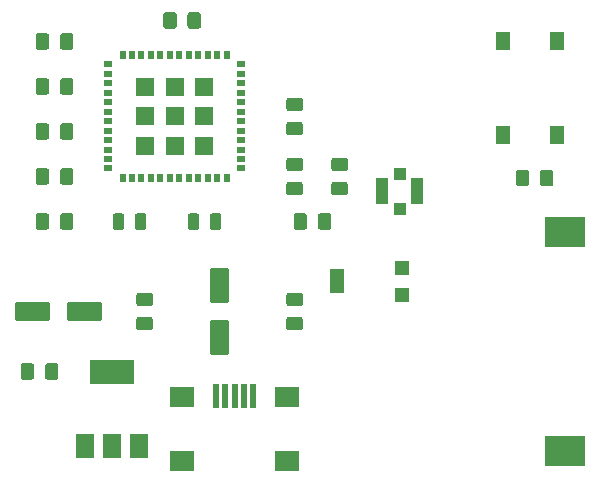
<source format=gbr>
G04 #@! TF.GenerationSoftware,KiCad,Pcbnew,(5.1.5-0-10_14)*
G04 #@! TF.CreationDate,2020-02-12T14:54:00+01:00*
G04 #@! TF.ProjectId,EDS_ALARM,4544535f-414c-4415-924d-2e6b69636164,rev?*
G04 #@! TF.SameCoordinates,Original*
G04 #@! TF.FileFunction,Paste,Top*
G04 #@! TF.FilePolarity,Positive*
%FSLAX46Y46*%
G04 Gerber Fmt 4.6, Leading zero omitted, Abs format (unit mm)*
G04 Created by KiCad (PCBNEW (5.1.5-0-10_14)) date 2020-02-12 14:54:00*
%MOMM*%
%LPD*%
G04 APERTURE LIST*
%ADD10C,0.100000*%
%ADD11R,0.500000X2.000000*%
%ADD12R,2.000000X1.700000*%
%ADD13R,1.050000X2.200000*%
%ADD14R,1.000000X1.000000*%
%ADD15R,0.500000X0.800000*%
%ADD16R,0.800000X0.500000*%
%ADD17R,1.600000X1.600000*%
%ADD18R,3.800000X2.000000*%
%ADD19R,1.500000X2.000000*%
%ADD20R,1.300000X1.300000*%
%ADD21R,1.300000X2.000000*%
%ADD22R,1.300000X1.550000*%
%ADD23R,3.500000X2.500000*%
G04 APERTURE END LIST*
D10*
G36*
X185894505Y-102051204D02*
G01*
X185918773Y-102054804D01*
X185942572Y-102060765D01*
X185965671Y-102069030D01*
X185987850Y-102079520D01*
X186008893Y-102092132D01*
X186028599Y-102106747D01*
X186046777Y-102123223D01*
X186063253Y-102141401D01*
X186077868Y-102161107D01*
X186090480Y-102182150D01*
X186100970Y-102204329D01*
X186109235Y-102227428D01*
X186115196Y-102251227D01*
X186118796Y-102275495D01*
X186120000Y-102299999D01*
X186120000Y-102950001D01*
X186118796Y-102974505D01*
X186115196Y-102998773D01*
X186109235Y-103022572D01*
X186100970Y-103045671D01*
X186090480Y-103067850D01*
X186077868Y-103088893D01*
X186063253Y-103108599D01*
X186046777Y-103126777D01*
X186028599Y-103143253D01*
X186008893Y-103157868D01*
X185987850Y-103170480D01*
X185965671Y-103180970D01*
X185942572Y-103189235D01*
X185918773Y-103195196D01*
X185894505Y-103198796D01*
X185870001Y-103200000D01*
X184969999Y-103200000D01*
X184945495Y-103198796D01*
X184921227Y-103195196D01*
X184897428Y-103189235D01*
X184874329Y-103180970D01*
X184852150Y-103170480D01*
X184831107Y-103157868D01*
X184811401Y-103143253D01*
X184793223Y-103126777D01*
X184776747Y-103108599D01*
X184762132Y-103088893D01*
X184749520Y-103067850D01*
X184739030Y-103045671D01*
X184730765Y-103022572D01*
X184724804Y-102998773D01*
X184721204Y-102974505D01*
X184720000Y-102950001D01*
X184720000Y-102299999D01*
X184721204Y-102275495D01*
X184724804Y-102251227D01*
X184730765Y-102227428D01*
X184739030Y-102204329D01*
X184749520Y-102182150D01*
X184762132Y-102161107D01*
X184776747Y-102141401D01*
X184793223Y-102123223D01*
X184811401Y-102106747D01*
X184831107Y-102092132D01*
X184852150Y-102079520D01*
X184874329Y-102069030D01*
X184897428Y-102060765D01*
X184921227Y-102054804D01*
X184945495Y-102051204D01*
X184969999Y-102050000D01*
X185870001Y-102050000D01*
X185894505Y-102051204D01*
G37*
G36*
X185894505Y-100001204D02*
G01*
X185918773Y-100004804D01*
X185942572Y-100010765D01*
X185965671Y-100019030D01*
X185987850Y-100029520D01*
X186008893Y-100042132D01*
X186028599Y-100056747D01*
X186046777Y-100073223D01*
X186063253Y-100091401D01*
X186077868Y-100111107D01*
X186090480Y-100132150D01*
X186100970Y-100154329D01*
X186109235Y-100177428D01*
X186115196Y-100201227D01*
X186118796Y-100225495D01*
X186120000Y-100249999D01*
X186120000Y-100900001D01*
X186118796Y-100924505D01*
X186115196Y-100948773D01*
X186109235Y-100972572D01*
X186100970Y-100995671D01*
X186090480Y-101017850D01*
X186077868Y-101038893D01*
X186063253Y-101058599D01*
X186046777Y-101076777D01*
X186028599Y-101093253D01*
X186008893Y-101107868D01*
X185987850Y-101120480D01*
X185965671Y-101130970D01*
X185942572Y-101139235D01*
X185918773Y-101145196D01*
X185894505Y-101148796D01*
X185870001Y-101150000D01*
X184969999Y-101150000D01*
X184945495Y-101148796D01*
X184921227Y-101145196D01*
X184897428Y-101139235D01*
X184874329Y-101130970D01*
X184852150Y-101120480D01*
X184831107Y-101107868D01*
X184811401Y-101093253D01*
X184793223Y-101076777D01*
X184776747Y-101058599D01*
X184762132Y-101038893D01*
X184749520Y-101017850D01*
X184739030Y-100995671D01*
X184730765Y-100972572D01*
X184724804Y-100948773D01*
X184721204Y-100924505D01*
X184720000Y-100900001D01*
X184720000Y-100249999D01*
X184721204Y-100225495D01*
X184724804Y-100201227D01*
X184730765Y-100177428D01*
X184739030Y-100154329D01*
X184749520Y-100132150D01*
X184762132Y-100111107D01*
X184776747Y-100091401D01*
X184793223Y-100073223D01*
X184811401Y-100056747D01*
X184831107Y-100042132D01*
X184852150Y-100029520D01*
X184874329Y-100019030D01*
X184897428Y-100010765D01*
X184921227Y-100004804D01*
X184945495Y-100001204D01*
X184969999Y-100000000D01*
X185870001Y-100000000D01*
X185894505Y-100001204D01*
G37*
G36*
X192344504Y-97901204D02*
G01*
X192368773Y-97904804D01*
X192392571Y-97910765D01*
X192415671Y-97919030D01*
X192437849Y-97929520D01*
X192458893Y-97942133D01*
X192478598Y-97956747D01*
X192496777Y-97973223D01*
X192513253Y-97991402D01*
X192527867Y-98011107D01*
X192540480Y-98032151D01*
X192550970Y-98054329D01*
X192559235Y-98077429D01*
X192565196Y-98101227D01*
X192568796Y-98125496D01*
X192570000Y-98150000D01*
X192570000Y-100650000D01*
X192568796Y-100674504D01*
X192565196Y-100698773D01*
X192559235Y-100722571D01*
X192550970Y-100745671D01*
X192540480Y-100767849D01*
X192527867Y-100788893D01*
X192513253Y-100808598D01*
X192496777Y-100826777D01*
X192478598Y-100843253D01*
X192458893Y-100857867D01*
X192437849Y-100870480D01*
X192415671Y-100880970D01*
X192392571Y-100889235D01*
X192368773Y-100895196D01*
X192344504Y-100898796D01*
X192320000Y-100900000D01*
X191220000Y-100900000D01*
X191195496Y-100898796D01*
X191171227Y-100895196D01*
X191147429Y-100889235D01*
X191124329Y-100880970D01*
X191102151Y-100870480D01*
X191081107Y-100857867D01*
X191061402Y-100843253D01*
X191043223Y-100826777D01*
X191026747Y-100808598D01*
X191012133Y-100788893D01*
X190999520Y-100767849D01*
X190989030Y-100745671D01*
X190980765Y-100722571D01*
X190974804Y-100698773D01*
X190971204Y-100674504D01*
X190970000Y-100650000D01*
X190970000Y-98150000D01*
X190971204Y-98125496D01*
X190974804Y-98101227D01*
X190980765Y-98077429D01*
X190989030Y-98054329D01*
X190999520Y-98032151D01*
X191012133Y-98011107D01*
X191026747Y-97991402D01*
X191043223Y-97973223D01*
X191061402Y-97956747D01*
X191081107Y-97942133D01*
X191102151Y-97929520D01*
X191124329Y-97919030D01*
X191147429Y-97910765D01*
X191171227Y-97904804D01*
X191195496Y-97901204D01*
X191220000Y-97900000D01*
X192320000Y-97900000D01*
X192344504Y-97901204D01*
G37*
G36*
X192344504Y-102301204D02*
G01*
X192368773Y-102304804D01*
X192392571Y-102310765D01*
X192415671Y-102319030D01*
X192437849Y-102329520D01*
X192458893Y-102342133D01*
X192478598Y-102356747D01*
X192496777Y-102373223D01*
X192513253Y-102391402D01*
X192527867Y-102411107D01*
X192540480Y-102432151D01*
X192550970Y-102454329D01*
X192559235Y-102477429D01*
X192565196Y-102501227D01*
X192568796Y-102525496D01*
X192570000Y-102550000D01*
X192570000Y-105050000D01*
X192568796Y-105074504D01*
X192565196Y-105098773D01*
X192559235Y-105122571D01*
X192550970Y-105145671D01*
X192540480Y-105167849D01*
X192527867Y-105188893D01*
X192513253Y-105208598D01*
X192496777Y-105226777D01*
X192478598Y-105243253D01*
X192458893Y-105257867D01*
X192437849Y-105270480D01*
X192415671Y-105280970D01*
X192392571Y-105289235D01*
X192368773Y-105295196D01*
X192344504Y-105298796D01*
X192320000Y-105300000D01*
X191220000Y-105300000D01*
X191195496Y-105298796D01*
X191171227Y-105295196D01*
X191147429Y-105289235D01*
X191124329Y-105280970D01*
X191102151Y-105270480D01*
X191081107Y-105257867D01*
X191061402Y-105243253D01*
X191043223Y-105226777D01*
X191026747Y-105208598D01*
X191012133Y-105188893D01*
X190999520Y-105167849D01*
X190989030Y-105145671D01*
X190980765Y-105122571D01*
X190974804Y-105098773D01*
X190971204Y-105074504D01*
X190970000Y-105050000D01*
X190970000Y-102550000D01*
X190971204Y-102525496D01*
X190974804Y-102501227D01*
X190980765Y-102477429D01*
X190989030Y-102454329D01*
X190999520Y-102432151D01*
X191012133Y-102411107D01*
X191026747Y-102391402D01*
X191043223Y-102373223D01*
X191061402Y-102356747D01*
X191081107Y-102342133D01*
X191102151Y-102329520D01*
X191124329Y-102319030D01*
X191147429Y-102310765D01*
X191171227Y-102304804D01*
X191195496Y-102301204D01*
X191220000Y-102300000D01*
X192320000Y-102300000D01*
X192344504Y-102301204D01*
G37*
G36*
X198594505Y-100001204D02*
G01*
X198618773Y-100004804D01*
X198642572Y-100010765D01*
X198665671Y-100019030D01*
X198687850Y-100029520D01*
X198708893Y-100042132D01*
X198728599Y-100056747D01*
X198746777Y-100073223D01*
X198763253Y-100091401D01*
X198777868Y-100111107D01*
X198790480Y-100132150D01*
X198800970Y-100154329D01*
X198809235Y-100177428D01*
X198815196Y-100201227D01*
X198818796Y-100225495D01*
X198820000Y-100249999D01*
X198820000Y-100900001D01*
X198818796Y-100924505D01*
X198815196Y-100948773D01*
X198809235Y-100972572D01*
X198800970Y-100995671D01*
X198790480Y-101017850D01*
X198777868Y-101038893D01*
X198763253Y-101058599D01*
X198746777Y-101076777D01*
X198728599Y-101093253D01*
X198708893Y-101107868D01*
X198687850Y-101120480D01*
X198665671Y-101130970D01*
X198642572Y-101139235D01*
X198618773Y-101145196D01*
X198594505Y-101148796D01*
X198570001Y-101150000D01*
X197669999Y-101150000D01*
X197645495Y-101148796D01*
X197621227Y-101145196D01*
X197597428Y-101139235D01*
X197574329Y-101130970D01*
X197552150Y-101120480D01*
X197531107Y-101107868D01*
X197511401Y-101093253D01*
X197493223Y-101076777D01*
X197476747Y-101058599D01*
X197462132Y-101038893D01*
X197449520Y-101017850D01*
X197439030Y-100995671D01*
X197430765Y-100972572D01*
X197424804Y-100948773D01*
X197421204Y-100924505D01*
X197420000Y-100900001D01*
X197420000Y-100249999D01*
X197421204Y-100225495D01*
X197424804Y-100201227D01*
X197430765Y-100177428D01*
X197439030Y-100154329D01*
X197449520Y-100132150D01*
X197462132Y-100111107D01*
X197476747Y-100091401D01*
X197493223Y-100073223D01*
X197511401Y-100056747D01*
X197531107Y-100042132D01*
X197552150Y-100029520D01*
X197574329Y-100019030D01*
X197597428Y-100010765D01*
X197621227Y-100004804D01*
X197645495Y-100001204D01*
X197669999Y-100000000D01*
X198570001Y-100000000D01*
X198594505Y-100001204D01*
G37*
G36*
X198594505Y-102051204D02*
G01*
X198618773Y-102054804D01*
X198642572Y-102060765D01*
X198665671Y-102069030D01*
X198687850Y-102079520D01*
X198708893Y-102092132D01*
X198728599Y-102106747D01*
X198746777Y-102123223D01*
X198763253Y-102141401D01*
X198777868Y-102161107D01*
X198790480Y-102182150D01*
X198800970Y-102204329D01*
X198809235Y-102227428D01*
X198815196Y-102251227D01*
X198818796Y-102275495D01*
X198820000Y-102299999D01*
X198820000Y-102950001D01*
X198818796Y-102974505D01*
X198815196Y-102998773D01*
X198809235Y-103022572D01*
X198800970Y-103045671D01*
X198790480Y-103067850D01*
X198777868Y-103088893D01*
X198763253Y-103108599D01*
X198746777Y-103126777D01*
X198728599Y-103143253D01*
X198708893Y-103157868D01*
X198687850Y-103170480D01*
X198665671Y-103180970D01*
X198642572Y-103189235D01*
X198618773Y-103195196D01*
X198594505Y-103198796D01*
X198570001Y-103200000D01*
X197669999Y-103200000D01*
X197645495Y-103198796D01*
X197621227Y-103195196D01*
X197597428Y-103189235D01*
X197574329Y-103180970D01*
X197552150Y-103170480D01*
X197531107Y-103157868D01*
X197511401Y-103143253D01*
X197493223Y-103126777D01*
X197476747Y-103108599D01*
X197462132Y-103088893D01*
X197449520Y-103067850D01*
X197439030Y-103045671D01*
X197430765Y-103022572D01*
X197424804Y-102998773D01*
X197421204Y-102974505D01*
X197420000Y-102950001D01*
X197420000Y-102299999D01*
X197421204Y-102275495D01*
X197424804Y-102251227D01*
X197430765Y-102227428D01*
X197439030Y-102204329D01*
X197449520Y-102182150D01*
X197462132Y-102161107D01*
X197476747Y-102141401D01*
X197493223Y-102123223D01*
X197511401Y-102106747D01*
X197531107Y-102092132D01*
X197552150Y-102079520D01*
X197574329Y-102069030D01*
X197597428Y-102060765D01*
X197621227Y-102054804D01*
X197645495Y-102051204D01*
X197669999Y-102050000D01*
X198570001Y-102050000D01*
X198594505Y-102051204D01*
G37*
G36*
X177214504Y-100801204D02*
G01*
X177238773Y-100804804D01*
X177262571Y-100810765D01*
X177285671Y-100819030D01*
X177307849Y-100829520D01*
X177328893Y-100842133D01*
X177348598Y-100856747D01*
X177366777Y-100873223D01*
X177383253Y-100891402D01*
X177397867Y-100911107D01*
X177410480Y-100932151D01*
X177420970Y-100954329D01*
X177429235Y-100977429D01*
X177435196Y-101001227D01*
X177438796Y-101025496D01*
X177440000Y-101050000D01*
X177440000Y-102150000D01*
X177438796Y-102174504D01*
X177435196Y-102198773D01*
X177429235Y-102222571D01*
X177420970Y-102245671D01*
X177410480Y-102267849D01*
X177397867Y-102288893D01*
X177383253Y-102308598D01*
X177366777Y-102326777D01*
X177348598Y-102343253D01*
X177328893Y-102357867D01*
X177307849Y-102370480D01*
X177285671Y-102380970D01*
X177262571Y-102389235D01*
X177238773Y-102395196D01*
X177214504Y-102398796D01*
X177190000Y-102400000D01*
X174690000Y-102400000D01*
X174665496Y-102398796D01*
X174641227Y-102395196D01*
X174617429Y-102389235D01*
X174594329Y-102380970D01*
X174572151Y-102370480D01*
X174551107Y-102357867D01*
X174531402Y-102343253D01*
X174513223Y-102326777D01*
X174496747Y-102308598D01*
X174482133Y-102288893D01*
X174469520Y-102267849D01*
X174459030Y-102245671D01*
X174450765Y-102222571D01*
X174444804Y-102198773D01*
X174441204Y-102174504D01*
X174440000Y-102150000D01*
X174440000Y-101050000D01*
X174441204Y-101025496D01*
X174444804Y-101001227D01*
X174450765Y-100977429D01*
X174459030Y-100954329D01*
X174469520Y-100932151D01*
X174482133Y-100911107D01*
X174496747Y-100891402D01*
X174513223Y-100873223D01*
X174531402Y-100856747D01*
X174551107Y-100842133D01*
X174572151Y-100829520D01*
X174594329Y-100819030D01*
X174617429Y-100810765D01*
X174641227Y-100804804D01*
X174665496Y-100801204D01*
X174690000Y-100800000D01*
X177190000Y-100800000D01*
X177214504Y-100801204D01*
G37*
G36*
X181614504Y-100801204D02*
G01*
X181638773Y-100804804D01*
X181662571Y-100810765D01*
X181685671Y-100819030D01*
X181707849Y-100829520D01*
X181728893Y-100842133D01*
X181748598Y-100856747D01*
X181766777Y-100873223D01*
X181783253Y-100891402D01*
X181797867Y-100911107D01*
X181810480Y-100932151D01*
X181820970Y-100954329D01*
X181829235Y-100977429D01*
X181835196Y-101001227D01*
X181838796Y-101025496D01*
X181840000Y-101050000D01*
X181840000Y-102150000D01*
X181838796Y-102174504D01*
X181835196Y-102198773D01*
X181829235Y-102222571D01*
X181820970Y-102245671D01*
X181810480Y-102267849D01*
X181797867Y-102288893D01*
X181783253Y-102308598D01*
X181766777Y-102326777D01*
X181748598Y-102343253D01*
X181728893Y-102357867D01*
X181707849Y-102370480D01*
X181685671Y-102380970D01*
X181662571Y-102389235D01*
X181638773Y-102395196D01*
X181614504Y-102398796D01*
X181590000Y-102400000D01*
X179090000Y-102400000D01*
X179065496Y-102398796D01*
X179041227Y-102395196D01*
X179017429Y-102389235D01*
X178994329Y-102380970D01*
X178972151Y-102370480D01*
X178951107Y-102357867D01*
X178931402Y-102343253D01*
X178913223Y-102326777D01*
X178896747Y-102308598D01*
X178882133Y-102288893D01*
X178869520Y-102267849D01*
X178859030Y-102245671D01*
X178850765Y-102222571D01*
X178844804Y-102198773D01*
X178841204Y-102174504D01*
X178840000Y-102150000D01*
X178840000Y-101050000D01*
X178841204Y-101025496D01*
X178844804Y-101001227D01*
X178850765Y-100977429D01*
X178859030Y-100954329D01*
X178869520Y-100932151D01*
X178882133Y-100911107D01*
X178896747Y-100891402D01*
X178913223Y-100873223D01*
X178931402Y-100856747D01*
X178951107Y-100842133D01*
X178972151Y-100829520D01*
X178994329Y-100819030D01*
X179017429Y-100810765D01*
X179041227Y-100804804D01*
X179065496Y-100801204D01*
X179090000Y-100800000D01*
X181590000Y-100800000D01*
X181614504Y-100801204D01*
G37*
G36*
X177904505Y-105981204D02*
G01*
X177928773Y-105984804D01*
X177952572Y-105990765D01*
X177975671Y-105999030D01*
X177997850Y-106009520D01*
X178018893Y-106022132D01*
X178038599Y-106036747D01*
X178056777Y-106053223D01*
X178073253Y-106071401D01*
X178087868Y-106091107D01*
X178100480Y-106112150D01*
X178110970Y-106134329D01*
X178119235Y-106157428D01*
X178125196Y-106181227D01*
X178128796Y-106205495D01*
X178130000Y-106229999D01*
X178130000Y-107130001D01*
X178128796Y-107154505D01*
X178125196Y-107178773D01*
X178119235Y-107202572D01*
X178110970Y-107225671D01*
X178100480Y-107247850D01*
X178087868Y-107268893D01*
X178073253Y-107288599D01*
X178056777Y-107306777D01*
X178038599Y-107323253D01*
X178018893Y-107337868D01*
X177997850Y-107350480D01*
X177975671Y-107360970D01*
X177952572Y-107369235D01*
X177928773Y-107375196D01*
X177904505Y-107378796D01*
X177880001Y-107380000D01*
X177229999Y-107380000D01*
X177205495Y-107378796D01*
X177181227Y-107375196D01*
X177157428Y-107369235D01*
X177134329Y-107360970D01*
X177112150Y-107350480D01*
X177091107Y-107337868D01*
X177071401Y-107323253D01*
X177053223Y-107306777D01*
X177036747Y-107288599D01*
X177022132Y-107268893D01*
X177009520Y-107247850D01*
X176999030Y-107225671D01*
X176990765Y-107202572D01*
X176984804Y-107178773D01*
X176981204Y-107154505D01*
X176980000Y-107130001D01*
X176980000Y-106229999D01*
X176981204Y-106205495D01*
X176984804Y-106181227D01*
X176990765Y-106157428D01*
X176999030Y-106134329D01*
X177009520Y-106112150D01*
X177022132Y-106091107D01*
X177036747Y-106071401D01*
X177053223Y-106053223D01*
X177071401Y-106036747D01*
X177091107Y-106022132D01*
X177112150Y-106009520D01*
X177134329Y-105999030D01*
X177157428Y-105990765D01*
X177181227Y-105984804D01*
X177205495Y-105981204D01*
X177229999Y-105980000D01*
X177880001Y-105980000D01*
X177904505Y-105981204D01*
G37*
G36*
X175854505Y-105981204D02*
G01*
X175878773Y-105984804D01*
X175902572Y-105990765D01*
X175925671Y-105999030D01*
X175947850Y-106009520D01*
X175968893Y-106022132D01*
X175988599Y-106036747D01*
X176006777Y-106053223D01*
X176023253Y-106071401D01*
X176037868Y-106091107D01*
X176050480Y-106112150D01*
X176060970Y-106134329D01*
X176069235Y-106157428D01*
X176075196Y-106181227D01*
X176078796Y-106205495D01*
X176080000Y-106229999D01*
X176080000Y-107130001D01*
X176078796Y-107154505D01*
X176075196Y-107178773D01*
X176069235Y-107202572D01*
X176060970Y-107225671D01*
X176050480Y-107247850D01*
X176037868Y-107268893D01*
X176023253Y-107288599D01*
X176006777Y-107306777D01*
X175988599Y-107323253D01*
X175968893Y-107337868D01*
X175947850Y-107350480D01*
X175925671Y-107360970D01*
X175902572Y-107369235D01*
X175878773Y-107375196D01*
X175854505Y-107378796D01*
X175830001Y-107380000D01*
X175179999Y-107380000D01*
X175155495Y-107378796D01*
X175131227Y-107375196D01*
X175107428Y-107369235D01*
X175084329Y-107360970D01*
X175062150Y-107350480D01*
X175041107Y-107337868D01*
X175021401Y-107323253D01*
X175003223Y-107306777D01*
X174986747Y-107288599D01*
X174972132Y-107268893D01*
X174959520Y-107247850D01*
X174949030Y-107225671D01*
X174940765Y-107202572D01*
X174934804Y-107178773D01*
X174931204Y-107154505D01*
X174930000Y-107130001D01*
X174930000Y-106229999D01*
X174931204Y-106205495D01*
X174934804Y-106181227D01*
X174940765Y-106157428D01*
X174949030Y-106134329D01*
X174959520Y-106112150D01*
X174972132Y-106091107D01*
X174986747Y-106071401D01*
X175003223Y-106053223D01*
X175021401Y-106036747D01*
X175041107Y-106022132D01*
X175062150Y-106009520D01*
X175084329Y-105999030D01*
X175107428Y-105990765D01*
X175131227Y-105984804D01*
X175155495Y-105981204D01*
X175179999Y-105980000D01*
X175830001Y-105980000D01*
X175854505Y-105981204D01*
G37*
G36*
X179174505Y-81851204D02*
G01*
X179198773Y-81854804D01*
X179222572Y-81860765D01*
X179245671Y-81869030D01*
X179267850Y-81879520D01*
X179288893Y-81892132D01*
X179308599Y-81906747D01*
X179326777Y-81923223D01*
X179343253Y-81941401D01*
X179357868Y-81961107D01*
X179370480Y-81982150D01*
X179380970Y-82004329D01*
X179389235Y-82027428D01*
X179395196Y-82051227D01*
X179398796Y-82075495D01*
X179400000Y-82099999D01*
X179400000Y-83000001D01*
X179398796Y-83024505D01*
X179395196Y-83048773D01*
X179389235Y-83072572D01*
X179380970Y-83095671D01*
X179370480Y-83117850D01*
X179357868Y-83138893D01*
X179343253Y-83158599D01*
X179326777Y-83176777D01*
X179308599Y-83193253D01*
X179288893Y-83207868D01*
X179267850Y-83220480D01*
X179245671Y-83230970D01*
X179222572Y-83239235D01*
X179198773Y-83245196D01*
X179174505Y-83248796D01*
X179150001Y-83250000D01*
X178499999Y-83250000D01*
X178475495Y-83248796D01*
X178451227Y-83245196D01*
X178427428Y-83239235D01*
X178404329Y-83230970D01*
X178382150Y-83220480D01*
X178361107Y-83207868D01*
X178341401Y-83193253D01*
X178323223Y-83176777D01*
X178306747Y-83158599D01*
X178292132Y-83138893D01*
X178279520Y-83117850D01*
X178269030Y-83095671D01*
X178260765Y-83072572D01*
X178254804Y-83048773D01*
X178251204Y-83024505D01*
X178250000Y-83000001D01*
X178250000Y-82099999D01*
X178251204Y-82075495D01*
X178254804Y-82051227D01*
X178260765Y-82027428D01*
X178269030Y-82004329D01*
X178279520Y-81982150D01*
X178292132Y-81961107D01*
X178306747Y-81941401D01*
X178323223Y-81923223D01*
X178341401Y-81906747D01*
X178361107Y-81892132D01*
X178382150Y-81879520D01*
X178404329Y-81869030D01*
X178427428Y-81860765D01*
X178451227Y-81854804D01*
X178475495Y-81851204D01*
X178499999Y-81850000D01*
X179150001Y-81850000D01*
X179174505Y-81851204D01*
G37*
G36*
X177124505Y-81851204D02*
G01*
X177148773Y-81854804D01*
X177172572Y-81860765D01*
X177195671Y-81869030D01*
X177217850Y-81879520D01*
X177238893Y-81892132D01*
X177258599Y-81906747D01*
X177276777Y-81923223D01*
X177293253Y-81941401D01*
X177307868Y-81961107D01*
X177320480Y-81982150D01*
X177330970Y-82004329D01*
X177339235Y-82027428D01*
X177345196Y-82051227D01*
X177348796Y-82075495D01*
X177350000Y-82099999D01*
X177350000Y-83000001D01*
X177348796Y-83024505D01*
X177345196Y-83048773D01*
X177339235Y-83072572D01*
X177330970Y-83095671D01*
X177320480Y-83117850D01*
X177307868Y-83138893D01*
X177293253Y-83158599D01*
X177276777Y-83176777D01*
X177258599Y-83193253D01*
X177238893Y-83207868D01*
X177217850Y-83220480D01*
X177195671Y-83230970D01*
X177172572Y-83239235D01*
X177148773Y-83245196D01*
X177124505Y-83248796D01*
X177100001Y-83250000D01*
X176449999Y-83250000D01*
X176425495Y-83248796D01*
X176401227Y-83245196D01*
X176377428Y-83239235D01*
X176354329Y-83230970D01*
X176332150Y-83220480D01*
X176311107Y-83207868D01*
X176291401Y-83193253D01*
X176273223Y-83176777D01*
X176256747Y-83158599D01*
X176242132Y-83138893D01*
X176229520Y-83117850D01*
X176219030Y-83095671D01*
X176210765Y-83072572D01*
X176204804Y-83048773D01*
X176201204Y-83024505D01*
X176200000Y-83000001D01*
X176200000Y-82099999D01*
X176201204Y-82075495D01*
X176204804Y-82051227D01*
X176210765Y-82027428D01*
X176219030Y-82004329D01*
X176229520Y-81982150D01*
X176242132Y-81961107D01*
X176256747Y-81941401D01*
X176273223Y-81923223D01*
X176291401Y-81906747D01*
X176311107Y-81892132D01*
X176332150Y-81879520D01*
X176354329Y-81869030D01*
X176377428Y-81860765D01*
X176401227Y-81854804D01*
X176425495Y-81851204D01*
X176449999Y-81850000D01*
X177100001Y-81850000D01*
X177124505Y-81851204D01*
G37*
G36*
X177124505Y-78041204D02*
G01*
X177148773Y-78044804D01*
X177172572Y-78050765D01*
X177195671Y-78059030D01*
X177217850Y-78069520D01*
X177238893Y-78082132D01*
X177258599Y-78096747D01*
X177276777Y-78113223D01*
X177293253Y-78131401D01*
X177307868Y-78151107D01*
X177320480Y-78172150D01*
X177330970Y-78194329D01*
X177339235Y-78217428D01*
X177345196Y-78241227D01*
X177348796Y-78265495D01*
X177350000Y-78289999D01*
X177350000Y-79190001D01*
X177348796Y-79214505D01*
X177345196Y-79238773D01*
X177339235Y-79262572D01*
X177330970Y-79285671D01*
X177320480Y-79307850D01*
X177307868Y-79328893D01*
X177293253Y-79348599D01*
X177276777Y-79366777D01*
X177258599Y-79383253D01*
X177238893Y-79397868D01*
X177217850Y-79410480D01*
X177195671Y-79420970D01*
X177172572Y-79429235D01*
X177148773Y-79435196D01*
X177124505Y-79438796D01*
X177100001Y-79440000D01*
X176449999Y-79440000D01*
X176425495Y-79438796D01*
X176401227Y-79435196D01*
X176377428Y-79429235D01*
X176354329Y-79420970D01*
X176332150Y-79410480D01*
X176311107Y-79397868D01*
X176291401Y-79383253D01*
X176273223Y-79366777D01*
X176256747Y-79348599D01*
X176242132Y-79328893D01*
X176229520Y-79307850D01*
X176219030Y-79285671D01*
X176210765Y-79262572D01*
X176204804Y-79238773D01*
X176201204Y-79214505D01*
X176200000Y-79190001D01*
X176200000Y-78289999D01*
X176201204Y-78265495D01*
X176204804Y-78241227D01*
X176210765Y-78217428D01*
X176219030Y-78194329D01*
X176229520Y-78172150D01*
X176242132Y-78151107D01*
X176256747Y-78131401D01*
X176273223Y-78113223D01*
X176291401Y-78096747D01*
X176311107Y-78082132D01*
X176332150Y-78069520D01*
X176354329Y-78059030D01*
X176377428Y-78050765D01*
X176401227Y-78044804D01*
X176425495Y-78041204D01*
X176449999Y-78040000D01*
X177100001Y-78040000D01*
X177124505Y-78041204D01*
G37*
G36*
X179174505Y-78041204D02*
G01*
X179198773Y-78044804D01*
X179222572Y-78050765D01*
X179245671Y-78059030D01*
X179267850Y-78069520D01*
X179288893Y-78082132D01*
X179308599Y-78096747D01*
X179326777Y-78113223D01*
X179343253Y-78131401D01*
X179357868Y-78151107D01*
X179370480Y-78172150D01*
X179380970Y-78194329D01*
X179389235Y-78217428D01*
X179395196Y-78241227D01*
X179398796Y-78265495D01*
X179400000Y-78289999D01*
X179400000Y-79190001D01*
X179398796Y-79214505D01*
X179395196Y-79238773D01*
X179389235Y-79262572D01*
X179380970Y-79285671D01*
X179370480Y-79307850D01*
X179357868Y-79328893D01*
X179343253Y-79348599D01*
X179326777Y-79366777D01*
X179308599Y-79383253D01*
X179288893Y-79397868D01*
X179267850Y-79410480D01*
X179245671Y-79420970D01*
X179222572Y-79429235D01*
X179198773Y-79435196D01*
X179174505Y-79438796D01*
X179150001Y-79440000D01*
X178499999Y-79440000D01*
X178475495Y-79438796D01*
X178451227Y-79435196D01*
X178427428Y-79429235D01*
X178404329Y-79420970D01*
X178382150Y-79410480D01*
X178361107Y-79397868D01*
X178341401Y-79383253D01*
X178323223Y-79366777D01*
X178306747Y-79348599D01*
X178292132Y-79328893D01*
X178279520Y-79307850D01*
X178269030Y-79285671D01*
X178260765Y-79262572D01*
X178254804Y-79238773D01*
X178251204Y-79214505D01*
X178250000Y-79190001D01*
X178250000Y-78289999D01*
X178251204Y-78265495D01*
X178254804Y-78241227D01*
X178260765Y-78217428D01*
X178269030Y-78194329D01*
X178279520Y-78172150D01*
X178292132Y-78151107D01*
X178306747Y-78131401D01*
X178323223Y-78113223D01*
X178341401Y-78096747D01*
X178361107Y-78082132D01*
X178382150Y-78069520D01*
X178404329Y-78059030D01*
X178427428Y-78050765D01*
X178451227Y-78044804D01*
X178475495Y-78041204D01*
X178499999Y-78040000D01*
X179150001Y-78040000D01*
X179174505Y-78041204D01*
G37*
G36*
X179174505Y-85661204D02*
G01*
X179198773Y-85664804D01*
X179222572Y-85670765D01*
X179245671Y-85679030D01*
X179267850Y-85689520D01*
X179288893Y-85702132D01*
X179308599Y-85716747D01*
X179326777Y-85733223D01*
X179343253Y-85751401D01*
X179357868Y-85771107D01*
X179370480Y-85792150D01*
X179380970Y-85814329D01*
X179389235Y-85837428D01*
X179395196Y-85861227D01*
X179398796Y-85885495D01*
X179400000Y-85909999D01*
X179400000Y-86810001D01*
X179398796Y-86834505D01*
X179395196Y-86858773D01*
X179389235Y-86882572D01*
X179380970Y-86905671D01*
X179370480Y-86927850D01*
X179357868Y-86948893D01*
X179343253Y-86968599D01*
X179326777Y-86986777D01*
X179308599Y-87003253D01*
X179288893Y-87017868D01*
X179267850Y-87030480D01*
X179245671Y-87040970D01*
X179222572Y-87049235D01*
X179198773Y-87055196D01*
X179174505Y-87058796D01*
X179150001Y-87060000D01*
X178499999Y-87060000D01*
X178475495Y-87058796D01*
X178451227Y-87055196D01*
X178427428Y-87049235D01*
X178404329Y-87040970D01*
X178382150Y-87030480D01*
X178361107Y-87017868D01*
X178341401Y-87003253D01*
X178323223Y-86986777D01*
X178306747Y-86968599D01*
X178292132Y-86948893D01*
X178279520Y-86927850D01*
X178269030Y-86905671D01*
X178260765Y-86882572D01*
X178254804Y-86858773D01*
X178251204Y-86834505D01*
X178250000Y-86810001D01*
X178250000Y-85909999D01*
X178251204Y-85885495D01*
X178254804Y-85861227D01*
X178260765Y-85837428D01*
X178269030Y-85814329D01*
X178279520Y-85792150D01*
X178292132Y-85771107D01*
X178306747Y-85751401D01*
X178323223Y-85733223D01*
X178341401Y-85716747D01*
X178361107Y-85702132D01*
X178382150Y-85689520D01*
X178404329Y-85679030D01*
X178427428Y-85670765D01*
X178451227Y-85664804D01*
X178475495Y-85661204D01*
X178499999Y-85660000D01*
X179150001Y-85660000D01*
X179174505Y-85661204D01*
G37*
G36*
X177124505Y-85661204D02*
G01*
X177148773Y-85664804D01*
X177172572Y-85670765D01*
X177195671Y-85679030D01*
X177217850Y-85689520D01*
X177238893Y-85702132D01*
X177258599Y-85716747D01*
X177276777Y-85733223D01*
X177293253Y-85751401D01*
X177307868Y-85771107D01*
X177320480Y-85792150D01*
X177330970Y-85814329D01*
X177339235Y-85837428D01*
X177345196Y-85861227D01*
X177348796Y-85885495D01*
X177350000Y-85909999D01*
X177350000Y-86810001D01*
X177348796Y-86834505D01*
X177345196Y-86858773D01*
X177339235Y-86882572D01*
X177330970Y-86905671D01*
X177320480Y-86927850D01*
X177307868Y-86948893D01*
X177293253Y-86968599D01*
X177276777Y-86986777D01*
X177258599Y-87003253D01*
X177238893Y-87017868D01*
X177217850Y-87030480D01*
X177195671Y-87040970D01*
X177172572Y-87049235D01*
X177148773Y-87055196D01*
X177124505Y-87058796D01*
X177100001Y-87060000D01*
X176449999Y-87060000D01*
X176425495Y-87058796D01*
X176401227Y-87055196D01*
X176377428Y-87049235D01*
X176354329Y-87040970D01*
X176332150Y-87030480D01*
X176311107Y-87017868D01*
X176291401Y-87003253D01*
X176273223Y-86986777D01*
X176256747Y-86968599D01*
X176242132Y-86948893D01*
X176229520Y-86927850D01*
X176219030Y-86905671D01*
X176210765Y-86882572D01*
X176204804Y-86858773D01*
X176201204Y-86834505D01*
X176200000Y-86810001D01*
X176200000Y-85909999D01*
X176201204Y-85885495D01*
X176204804Y-85861227D01*
X176210765Y-85837428D01*
X176219030Y-85814329D01*
X176229520Y-85792150D01*
X176242132Y-85771107D01*
X176256747Y-85751401D01*
X176273223Y-85733223D01*
X176291401Y-85716747D01*
X176311107Y-85702132D01*
X176332150Y-85689520D01*
X176354329Y-85679030D01*
X176377428Y-85670765D01*
X176401227Y-85664804D01*
X176425495Y-85661204D01*
X176449999Y-85660000D01*
X177100001Y-85660000D01*
X177124505Y-85661204D01*
G37*
G36*
X177124505Y-89471204D02*
G01*
X177148773Y-89474804D01*
X177172572Y-89480765D01*
X177195671Y-89489030D01*
X177217850Y-89499520D01*
X177238893Y-89512132D01*
X177258599Y-89526747D01*
X177276777Y-89543223D01*
X177293253Y-89561401D01*
X177307868Y-89581107D01*
X177320480Y-89602150D01*
X177330970Y-89624329D01*
X177339235Y-89647428D01*
X177345196Y-89671227D01*
X177348796Y-89695495D01*
X177350000Y-89719999D01*
X177350000Y-90620001D01*
X177348796Y-90644505D01*
X177345196Y-90668773D01*
X177339235Y-90692572D01*
X177330970Y-90715671D01*
X177320480Y-90737850D01*
X177307868Y-90758893D01*
X177293253Y-90778599D01*
X177276777Y-90796777D01*
X177258599Y-90813253D01*
X177238893Y-90827868D01*
X177217850Y-90840480D01*
X177195671Y-90850970D01*
X177172572Y-90859235D01*
X177148773Y-90865196D01*
X177124505Y-90868796D01*
X177100001Y-90870000D01*
X176449999Y-90870000D01*
X176425495Y-90868796D01*
X176401227Y-90865196D01*
X176377428Y-90859235D01*
X176354329Y-90850970D01*
X176332150Y-90840480D01*
X176311107Y-90827868D01*
X176291401Y-90813253D01*
X176273223Y-90796777D01*
X176256747Y-90778599D01*
X176242132Y-90758893D01*
X176229520Y-90737850D01*
X176219030Y-90715671D01*
X176210765Y-90692572D01*
X176204804Y-90668773D01*
X176201204Y-90644505D01*
X176200000Y-90620001D01*
X176200000Y-89719999D01*
X176201204Y-89695495D01*
X176204804Y-89671227D01*
X176210765Y-89647428D01*
X176219030Y-89624329D01*
X176229520Y-89602150D01*
X176242132Y-89581107D01*
X176256747Y-89561401D01*
X176273223Y-89543223D01*
X176291401Y-89526747D01*
X176311107Y-89512132D01*
X176332150Y-89499520D01*
X176354329Y-89489030D01*
X176377428Y-89480765D01*
X176401227Y-89474804D01*
X176425495Y-89471204D01*
X176449999Y-89470000D01*
X177100001Y-89470000D01*
X177124505Y-89471204D01*
G37*
G36*
X179174505Y-89471204D02*
G01*
X179198773Y-89474804D01*
X179222572Y-89480765D01*
X179245671Y-89489030D01*
X179267850Y-89499520D01*
X179288893Y-89512132D01*
X179308599Y-89526747D01*
X179326777Y-89543223D01*
X179343253Y-89561401D01*
X179357868Y-89581107D01*
X179370480Y-89602150D01*
X179380970Y-89624329D01*
X179389235Y-89647428D01*
X179395196Y-89671227D01*
X179398796Y-89695495D01*
X179400000Y-89719999D01*
X179400000Y-90620001D01*
X179398796Y-90644505D01*
X179395196Y-90668773D01*
X179389235Y-90692572D01*
X179380970Y-90715671D01*
X179370480Y-90737850D01*
X179357868Y-90758893D01*
X179343253Y-90778599D01*
X179326777Y-90796777D01*
X179308599Y-90813253D01*
X179288893Y-90827868D01*
X179267850Y-90840480D01*
X179245671Y-90850970D01*
X179222572Y-90859235D01*
X179198773Y-90865196D01*
X179174505Y-90868796D01*
X179150001Y-90870000D01*
X178499999Y-90870000D01*
X178475495Y-90868796D01*
X178451227Y-90865196D01*
X178427428Y-90859235D01*
X178404329Y-90850970D01*
X178382150Y-90840480D01*
X178361107Y-90827868D01*
X178341401Y-90813253D01*
X178323223Y-90796777D01*
X178306747Y-90778599D01*
X178292132Y-90758893D01*
X178279520Y-90737850D01*
X178269030Y-90715671D01*
X178260765Y-90692572D01*
X178254804Y-90668773D01*
X178251204Y-90644505D01*
X178250000Y-90620001D01*
X178250000Y-89719999D01*
X178251204Y-89695495D01*
X178254804Y-89671227D01*
X178260765Y-89647428D01*
X178269030Y-89624329D01*
X178279520Y-89602150D01*
X178292132Y-89581107D01*
X178306747Y-89561401D01*
X178323223Y-89543223D01*
X178341401Y-89526747D01*
X178361107Y-89512132D01*
X178382150Y-89499520D01*
X178404329Y-89489030D01*
X178427428Y-89480765D01*
X178451227Y-89474804D01*
X178475495Y-89471204D01*
X178499999Y-89470000D01*
X179150001Y-89470000D01*
X179174505Y-89471204D01*
G37*
G36*
X179174505Y-93281204D02*
G01*
X179198773Y-93284804D01*
X179222572Y-93290765D01*
X179245671Y-93299030D01*
X179267850Y-93309520D01*
X179288893Y-93322132D01*
X179308599Y-93336747D01*
X179326777Y-93353223D01*
X179343253Y-93371401D01*
X179357868Y-93391107D01*
X179370480Y-93412150D01*
X179380970Y-93434329D01*
X179389235Y-93457428D01*
X179395196Y-93481227D01*
X179398796Y-93505495D01*
X179400000Y-93529999D01*
X179400000Y-94430001D01*
X179398796Y-94454505D01*
X179395196Y-94478773D01*
X179389235Y-94502572D01*
X179380970Y-94525671D01*
X179370480Y-94547850D01*
X179357868Y-94568893D01*
X179343253Y-94588599D01*
X179326777Y-94606777D01*
X179308599Y-94623253D01*
X179288893Y-94637868D01*
X179267850Y-94650480D01*
X179245671Y-94660970D01*
X179222572Y-94669235D01*
X179198773Y-94675196D01*
X179174505Y-94678796D01*
X179150001Y-94680000D01*
X178499999Y-94680000D01*
X178475495Y-94678796D01*
X178451227Y-94675196D01*
X178427428Y-94669235D01*
X178404329Y-94660970D01*
X178382150Y-94650480D01*
X178361107Y-94637868D01*
X178341401Y-94623253D01*
X178323223Y-94606777D01*
X178306747Y-94588599D01*
X178292132Y-94568893D01*
X178279520Y-94547850D01*
X178269030Y-94525671D01*
X178260765Y-94502572D01*
X178254804Y-94478773D01*
X178251204Y-94454505D01*
X178250000Y-94430001D01*
X178250000Y-93529999D01*
X178251204Y-93505495D01*
X178254804Y-93481227D01*
X178260765Y-93457428D01*
X178269030Y-93434329D01*
X178279520Y-93412150D01*
X178292132Y-93391107D01*
X178306747Y-93371401D01*
X178323223Y-93353223D01*
X178341401Y-93336747D01*
X178361107Y-93322132D01*
X178382150Y-93309520D01*
X178404329Y-93299030D01*
X178427428Y-93290765D01*
X178451227Y-93284804D01*
X178475495Y-93281204D01*
X178499999Y-93280000D01*
X179150001Y-93280000D01*
X179174505Y-93281204D01*
G37*
G36*
X177124505Y-93281204D02*
G01*
X177148773Y-93284804D01*
X177172572Y-93290765D01*
X177195671Y-93299030D01*
X177217850Y-93309520D01*
X177238893Y-93322132D01*
X177258599Y-93336747D01*
X177276777Y-93353223D01*
X177293253Y-93371401D01*
X177307868Y-93391107D01*
X177320480Y-93412150D01*
X177330970Y-93434329D01*
X177339235Y-93457428D01*
X177345196Y-93481227D01*
X177348796Y-93505495D01*
X177350000Y-93529999D01*
X177350000Y-94430001D01*
X177348796Y-94454505D01*
X177345196Y-94478773D01*
X177339235Y-94502572D01*
X177330970Y-94525671D01*
X177320480Y-94547850D01*
X177307868Y-94568893D01*
X177293253Y-94588599D01*
X177276777Y-94606777D01*
X177258599Y-94623253D01*
X177238893Y-94637868D01*
X177217850Y-94650480D01*
X177195671Y-94660970D01*
X177172572Y-94669235D01*
X177148773Y-94675196D01*
X177124505Y-94678796D01*
X177100001Y-94680000D01*
X176449999Y-94680000D01*
X176425495Y-94678796D01*
X176401227Y-94675196D01*
X176377428Y-94669235D01*
X176354329Y-94660970D01*
X176332150Y-94650480D01*
X176311107Y-94637868D01*
X176291401Y-94623253D01*
X176273223Y-94606777D01*
X176256747Y-94588599D01*
X176242132Y-94568893D01*
X176229520Y-94547850D01*
X176219030Y-94525671D01*
X176210765Y-94502572D01*
X176204804Y-94478773D01*
X176201204Y-94454505D01*
X176200000Y-94430001D01*
X176200000Y-93529999D01*
X176201204Y-93505495D01*
X176204804Y-93481227D01*
X176210765Y-93457428D01*
X176219030Y-93434329D01*
X176229520Y-93412150D01*
X176242132Y-93391107D01*
X176256747Y-93371401D01*
X176273223Y-93353223D01*
X176291401Y-93336747D01*
X176311107Y-93322132D01*
X176332150Y-93309520D01*
X176354329Y-93299030D01*
X176377428Y-93290765D01*
X176401227Y-93284804D01*
X176425495Y-93281204D01*
X176449999Y-93280000D01*
X177100001Y-93280000D01*
X177124505Y-93281204D01*
G37*
G36*
X198594505Y-85541204D02*
G01*
X198618773Y-85544804D01*
X198642572Y-85550765D01*
X198665671Y-85559030D01*
X198687850Y-85569520D01*
X198708893Y-85582132D01*
X198728599Y-85596747D01*
X198746777Y-85613223D01*
X198763253Y-85631401D01*
X198777868Y-85651107D01*
X198790480Y-85672150D01*
X198800970Y-85694329D01*
X198809235Y-85717428D01*
X198815196Y-85741227D01*
X198818796Y-85765495D01*
X198820000Y-85789999D01*
X198820000Y-86440001D01*
X198818796Y-86464505D01*
X198815196Y-86488773D01*
X198809235Y-86512572D01*
X198800970Y-86535671D01*
X198790480Y-86557850D01*
X198777868Y-86578893D01*
X198763253Y-86598599D01*
X198746777Y-86616777D01*
X198728599Y-86633253D01*
X198708893Y-86647868D01*
X198687850Y-86660480D01*
X198665671Y-86670970D01*
X198642572Y-86679235D01*
X198618773Y-86685196D01*
X198594505Y-86688796D01*
X198570001Y-86690000D01*
X197669999Y-86690000D01*
X197645495Y-86688796D01*
X197621227Y-86685196D01*
X197597428Y-86679235D01*
X197574329Y-86670970D01*
X197552150Y-86660480D01*
X197531107Y-86647868D01*
X197511401Y-86633253D01*
X197493223Y-86616777D01*
X197476747Y-86598599D01*
X197462132Y-86578893D01*
X197449520Y-86557850D01*
X197439030Y-86535671D01*
X197430765Y-86512572D01*
X197424804Y-86488773D01*
X197421204Y-86464505D01*
X197420000Y-86440001D01*
X197420000Y-85789999D01*
X197421204Y-85765495D01*
X197424804Y-85741227D01*
X197430765Y-85717428D01*
X197439030Y-85694329D01*
X197449520Y-85672150D01*
X197462132Y-85651107D01*
X197476747Y-85631401D01*
X197493223Y-85613223D01*
X197511401Y-85596747D01*
X197531107Y-85582132D01*
X197552150Y-85569520D01*
X197574329Y-85559030D01*
X197597428Y-85550765D01*
X197621227Y-85544804D01*
X197645495Y-85541204D01*
X197669999Y-85540000D01*
X198570001Y-85540000D01*
X198594505Y-85541204D01*
G37*
G36*
X198594505Y-83491204D02*
G01*
X198618773Y-83494804D01*
X198642572Y-83500765D01*
X198665671Y-83509030D01*
X198687850Y-83519520D01*
X198708893Y-83532132D01*
X198728599Y-83546747D01*
X198746777Y-83563223D01*
X198763253Y-83581401D01*
X198777868Y-83601107D01*
X198790480Y-83622150D01*
X198800970Y-83644329D01*
X198809235Y-83667428D01*
X198815196Y-83691227D01*
X198818796Y-83715495D01*
X198820000Y-83739999D01*
X198820000Y-84390001D01*
X198818796Y-84414505D01*
X198815196Y-84438773D01*
X198809235Y-84462572D01*
X198800970Y-84485671D01*
X198790480Y-84507850D01*
X198777868Y-84528893D01*
X198763253Y-84548599D01*
X198746777Y-84566777D01*
X198728599Y-84583253D01*
X198708893Y-84597868D01*
X198687850Y-84610480D01*
X198665671Y-84620970D01*
X198642572Y-84629235D01*
X198618773Y-84635196D01*
X198594505Y-84638796D01*
X198570001Y-84640000D01*
X197669999Y-84640000D01*
X197645495Y-84638796D01*
X197621227Y-84635196D01*
X197597428Y-84629235D01*
X197574329Y-84620970D01*
X197552150Y-84610480D01*
X197531107Y-84597868D01*
X197511401Y-84583253D01*
X197493223Y-84566777D01*
X197476747Y-84548599D01*
X197462132Y-84528893D01*
X197449520Y-84507850D01*
X197439030Y-84485671D01*
X197430765Y-84462572D01*
X197424804Y-84438773D01*
X197421204Y-84414505D01*
X197420000Y-84390001D01*
X197420000Y-83739999D01*
X197421204Y-83715495D01*
X197424804Y-83691227D01*
X197430765Y-83667428D01*
X197439030Y-83644329D01*
X197449520Y-83622150D01*
X197462132Y-83601107D01*
X197476747Y-83581401D01*
X197493223Y-83563223D01*
X197511401Y-83546747D01*
X197531107Y-83532132D01*
X197552150Y-83519520D01*
X197574329Y-83509030D01*
X197597428Y-83500765D01*
X197621227Y-83494804D01*
X197645495Y-83491204D01*
X197669999Y-83490000D01*
X198570001Y-83490000D01*
X198594505Y-83491204D01*
G37*
G36*
X219814505Y-89598204D02*
G01*
X219838773Y-89601804D01*
X219862572Y-89607765D01*
X219885671Y-89616030D01*
X219907850Y-89626520D01*
X219928893Y-89639132D01*
X219948599Y-89653747D01*
X219966777Y-89670223D01*
X219983253Y-89688401D01*
X219997868Y-89708107D01*
X220010480Y-89729150D01*
X220020970Y-89751329D01*
X220029235Y-89774428D01*
X220035196Y-89798227D01*
X220038796Y-89822495D01*
X220040000Y-89846999D01*
X220040000Y-90747001D01*
X220038796Y-90771505D01*
X220035196Y-90795773D01*
X220029235Y-90819572D01*
X220020970Y-90842671D01*
X220010480Y-90864850D01*
X219997868Y-90885893D01*
X219983253Y-90905599D01*
X219966777Y-90923777D01*
X219948599Y-90940253D01*
X219928893Y-90954868D01*
X219907850Y-90967480D01*
X219885671Y-90977970D01*
X219862572Y-90986235D01*
X219838773Y-90992196D01*
X219814505Y-90995796D01*
X219790001Y-90997000D01*
X219139999Y-90997000D01*
X219115495Y-90995796D01*
X219091227Y-90992196D01*
X219067428Y-90986235D01*
X219044329Y-90977970D01*
X219022150Y-90967480D01*
X219001107Y-90954868D01*
X218981401Y-90940253D01*
X218963223Y-90923777D01*
X218946747Y-90905599D01*
X218932132Y-90885893D01*
X218919520Y-90864850D01*
X218909030Y-90842671D01*
X218900765Y-90819572D01*
X218894804Y-90795773D01*
X218891204Y-90771505D01*
X218890000Y-90747001D01*
X218890000Y-89846999D01*
X218891204Y-89822495D01*
X218894804Y-89798227D01*
X218900765Y-89774428D01*
X218909030Y-89751329D01*
X218919520Y-89729150D01*
X218932132Y-89708107D01*
X218946747Y-89688401D01*
X218963223Y-89670223D01*
X218981401Y-89653747D01*
X219001107Y-89639132D01*
X219022150Y-89626520D01*
X219044329Y-89616030D01*
X219067428Y-89607765D01*
X219091227Y-89601804D01*
X219115495Y-89598204D01*
X219139999Y-89597000D01*
X219790001Y-89597000D01*
X219814505Y-89598204D01*
G37*
G36*
X217764505Y-89598204D02*
G01*
X217788773Y-89601804D01*
X217812572Y-89607765D01*
X217835671Y-89616030D01*
X217857850Y-89626520D01*
X217878893Y-89639132D01*
X217898599Y-89653747D01*
X217916777Y-89670223D01*
X217933253Y-89688401D01*
X217947868Y-89708107D01*
X217960480Y-89729150D01*
X217970970Y-89751329D01*
X217979235Y-89774428D01*
X217985196Y-89798227D01*
X217988796Y-89822495D01*
X217990000Y-89846999D01*
X217990000Y-90747001D01*
X217988796Y-90771505D01*
X217985196Y-90795773D01*
X217979235Y-90819572D01*
X217970970Y-90842671D01*
X217960480Y-90864850D01*
X217947868Y-90885893D01*
X217933253Y-90905599D01*
X217916777Y-90923777D01*
X217898599Y-90940253D01*
X217878893Y-90954868D01*
X217857850Y-90967480D01*
X217835671Y-90977970D01*
X217812572Y-90986235D01*
X217788773Y-90992196D01*
X217764505Y-90995796D01*
X217740001Y-90997000D01*
X217089999Y-90997000D01*
X217065495Y-90995796D01*
X217041227Y-90992196D01*
X217017428Y-90986235D01*
X216994329Y-90977970D01*
X216972150Y-90967480D01*
X216951107Y-90954868D01*
X216931401Y-90940253D01*
X216913223Y-90923777D01*
X216896747Y-90905599D01*
X216882132Y-90885893D01*
X216869520Y-90864850D01*
X216859030Y-90842671D01*
X216850765Y-90819572D01*
X216844804Y-90795773D01*
X216841204Y-90771505D01*
X216840000Y-90747001D01*
X216840000Y-89846999D01*
X216841204Y-89822495D01*
X216844804Y-89798227D01*
X216850765Y-89774428D01*
X216859030Y-89751329D01*
X216869520Y-89729150D01*
X216882132Y-89708107D01*
X216896747Y-89688401D01*
X216913223Y-89670223D01*
X216931401Y-89653747D01*
X216951107Y-89639132D01*
X216972150Y-89626520D01*
X216994329Y-89616030D01*
X217017428Y-89607765D01*
X217041227Y-89601804D01*
X217065495Y-89598204D01*
X217089999Y-89597000D01*
X217740001Y-89597000D01*
X217764505Y-89598204D01*
G37*
G36*
X198959505Y-93281204D02*
G01*
X198983773Y-93284804D01*
X199007572Y-93290765D01*
X199030671Y-93299030D01*
X199052850Y-93309520D01*
X199073893Y-93322132D01*
X199093599Y-93336747D01*
X199111777Y-93353223D01*
X199128253Y-93371401D01*
X199142868Y-93391107D01*
X199155480Y-93412150D01*
X199165970Y-93434329D01*
X199174235Y-93457428D01*
X199180196Y-93481227D01*
X199183796Y-93505495D01*
X199185000Y-93529999D01*
X199185000Y-94430001D01*
X199183796Y-94454505D01*
X199180196Y-94478773D01*
X199174235Y-94502572D01*
X199165970Y-94525671D01*
X199155480Y-94547850D01*
X199142868Y-94568893D01*
X199128253Y-94588599D01*
X199111777Y-94606777D01*
X199093599Y-94623253D01*
X199073893Y-94637868D01*
X199052850Y-94650480D01*
X199030671Y-94660970D01*
X199007572Y-94669235D01*
X198983773Y-94675196D01*
X198959505Y-94678796D01*
X198935001Y-94680000D01*
X198284999Y-94680000D01*
X198260495Y-94678796D01*
X198236227Y-94675196D01*
X198212428Y-94669235D01*
X198189329Y-94660970D01*
X198167150Y-94650480D01*
X198146107Y-94637868D01*
X198126401Y-94623253D01*
X198108223Y-94606777D01*
X198091747Y-94588599D01*
X198077132Y-94568893D01*
X198064520Y-94547850D01*
X198054030Y-94525671D01*
X198045765Y-94502572D01*
X198039804Y-94478773D01*
X198036204Y-94454505D01*
X198035000Y-94430001D01*
X198035000Y-93529999D01*
X198036204Y-93505495D01*
X198039804Y-93481227D01*
X198045765Y-93457428D01*
X198054030Y-93434329D01*
X198064520Y-93412150D01*
X198077132Y-93391107D01*
X198091747Y-93371401D01*
X198108223Y-93353223D01*
X198126401Y-93336747D01*
X198146107Y-93322132D01*
X198167150Y-93309520D01*
X198189329Y-93299030D01*
X198212428Y-93290765D01*
X198236227Y-93284804D01*
X198260495Y-93281204D01*
X198284999Y-93280000D01*
X198935001Y-93280000D01*
X198959505Y-93281204D01*
G37*
G36*
X201009505Y-93281204D02*
G01*
X201033773Y-93284804D01*
X201057572Y-93290765D01*
X201080671Y-93299030D01*
X201102850Y-93309520D01*
X201123893Y-93322132D01*
X201143599Y-93336747D01*
X201161777Y-93353223D01*
X201178253Y-93371401D01*
X201192868Y-93391107D01*
X201205480Y-93412150D01*
X201215970Y-93434329D01*
X201224235Y-93457428D01*
X201230196Y-93481227D01*
X201233796Y-93505495D01*
X201235000Y-93529999D01*
X201235000Y-94430001D01*
X201233796Y-94454505D01*
X201230196Y-94478773D01*
X201224235Y-94502572D01*
X201215970Y-94525671D01*
X201205480Y-94547850D01*
X201192868Y-94568893D01*
X201178253Y-94588599D01*
X201161777Y-94606777D01*
X201143599Y-94623253D01*
X201123893Y-94637868D01*
X201102850Y-94650480D01*
X201080671Y-94660970D01*
X201057572Y-94669235D01*
X201033773Y-94675196D01*
X201009505Y-94678796D01*
X200985001Y-94680000D01*
X200334999Y-94680000D01*
X200310495Y-94678796D01*
X200286227Y-94675196D01*
X200262428Y-94669235D01*
X200239329Y-94660970D01*
X200217150Y-94650480D01*
X200196107Y-94637868D01*
X200176401Y-94623253D01*
X200158223Y-94606777D01*
X200141747Y-94588599D01*
X200127132Y-94568893D01*
X200114520Y-94547850D01*
X200104030Y-94525671D01*
X200095765Y-94502572D01*
X200089804Y-94478773D01*
X200086204Y-94454505D01*
X200085000Y-94430001D01*
X200085000Y-93529999D01*
X200086204Y-93505495D01*
X200089804Y-93481227D01*
X200095765Y-93457428D01*
X200104030Y-93434329D01*
X200114520Y-93412150D01*
X200127132Y-93391107D01*
X200141747Y-93371401D01*
X200158223Y-93353223D01*
X200176401Y-93336747D01*
X200196107Y-93322132D01*
X200217150Y-93309520D01*
X200239329Y-93299030D01*
X200262428Y-93290765D01*
X200286227Y-93284804D01*
X200310495Y-93281204D01*
X200334999Y-93280000D01*
X200985001Y-93280000D01*
X201009505Y-93281204D01*
G37*
G36*
X198594505Y-88571204D02*
G01*
X198618773Y-88574804D01*
X198642572Y-88580765D01*
X198665671Y-88589030D01*
X198687850Y-88599520D01*
X198708893Y-88612132D01*
X198728599Y-88626747D01*
X198746777Y-88643223D01*
X198763253Y-88661401D01*
X198777868Y-88681107D01*
X198790480Y-88702150D01*
X198800970Y-88724329D01*
X198809235Y-88747428D01*
X198815196Y-88771227D01*
X198818796Y-88795495D01*
X198820000Y-88819999D01*
X198820000Y-89470001D01*
X198818796Y-89494505D01*
X198815196Y-89518773D01*
X198809235Y-89542572D01*
X198800970Y-89565671D01*
X198790480Y-89587850D01*
X198777868Y-89608893D01*
X198763253Y-89628599D01*
X198746777Y-89646777D01*
X198728599Y-89663253D01*
X198708893Y-89677868D01*
X198687850Y-89690480D01*
X198665671Y-89700970D01*
X198642572Y-89709235D01*
X198618773Y-89715196D01*
X198594505Y-89718796D01*
X198570001Y-89720000D01*
X197669999Y-89720000D01*
X197645495Y-89718796D01*
X197621227Y-89715196D01*
X197597428Y-89709235D01*
X197574329Y-89700970D01*
X197552150Y-89690480D01*
X197531107Y-89677868D01*
X197511401Y-89663253D01*
X197493223Y-89646777D01*
X197476747Y-89628599D01*
X197462132Y-89608893D01*
X197449520Y-89587850D01*
X197439030Y-89565671D01*
X197430765Y-89542572D01*
X197424804Y-89518773D01*
X197421204Y-89494505D01*
X197420000Y-89470001D01*
X197420000Y-88819999D01*
X197421204Y-88795495D01*
X197424804Y-88771227D01*
X197430765Y-88747428D01*
X197439030Y-88724329D01*
X197449520Y-88702150D01*
X197462132Y-88681107D01*
X197476747Y-88661401D01*
X197493223Y-88643223D01*
X197511401Y-88626747D01*
X197531107Y-88612132D01*
X197552150Y-88599520D01*
X197574329Y-88589030D01*
X197597428Y-88580765D01*
X197621227Y-88574804D01*
X197645495Y-88571204D01*
X197669999Y-88570000D01*
X198570001Y-88570000D01*
X198594505Y-88571204D01*
G37*
G36*
X198594505Y-90621204D02*
G01*
X198618773Y-90624804D01*
X198642572Y-90630765D01*
X198665671Y-90639030D01*
X198687850Y-90649520D01*
X198708893Y-90662132D01*
X198728599Y-90676747D01*
X198746777Y-90693223D01*
X198763253Y-90711401D01*
X198777868Y-90731107D01*
X198790480Y-90752150D01*
X198800970Y-90774329D01*
X198809235Y-90797428D01*
X198815196Y-90821227D01*
X198818796Y-90845495D01*
X198820000Y-90869999D01*
X198820000Y-91520001D01*
X198818796Y-91544505D01*
X198815196Y-91568773D01*
X198809235Y-91592572D01*
X198800970Y-91615671D01*
X198790480Y-91637850D01*
X198777868Y-91658893D01*
X198763253Y-91678599D01*
X198746777Y-91696777D01*
X198728599Y-91713253D01*
X198708893Y-91727868D01*
X198687850Y-91740480D01*
X198665671Y-91750970D01*
X198642572Y-91759235D01*
X198618773Y-91765196D01*
X198594505Y-91768796D01*
X198570001Y-91770000D01*
X197669999Y-91770000D01*
X197645495Y-91768796D01*
X197621227Y-91765196D01*
X197597428Y-91759235D01*
X197574329Y-91750970D01*
X197552150Y-91740480D01*
X197531107Y-91727868D01*
X197511401Y-91713253D01*
X197493223Y-91696777D01*
X197476747Y-91678599D01*
X197462132Y-91658893D01*
X197449520Y-91637850D01*
X197439030Y-91615671D01*
X197430765Y-91592572D01*
X197424804Y-91568773D01*
X197421204Y-91544505D01*
X197420000Y-91520001D01*
X197420000Y-90869999D01*
X197421204Y-90845495D01*
X197424804Y-90821227D01*
X197430765Y-90797428D01*
X197439030Y-90774329D01*
X197449520Y-90752150D01*
X197462132Y-90731107D01*
X197476747Y-90711401D01*
X197493223Y-90693223D01*
X197511401Y-90676747D01*
X197531107Y-90662132D01*
X197552150Y-90649520D01*
X197574329Y-90639030D01*
X197597428Y-90630765D01*
X197621227Y-90624804D01*
X197645495Y-90621204D01*
X197669999Y-90620000D01*
X198570001Y-90620000D01*
X198594505Y-90621204D01*
G37*
G36*
X202404505Y-90621204D02*
G01*
X202428773Y-90624804D01*
X202452572Y-90630765D01*
X202475671Y-90639030D01*
X202497850Y-90649520D01*
X202518893Y-90662132D01*
X202538599Y-90676747D01*
X202556777Y-90693223D01*
X202573253Y-90711401D01*
X202587868Y-90731107D01*
X202600480Y-90752150D01*
X202610970Y-90774329D01*
X202619235Y-90797428D01*
X202625196Y-90821227D01*
X202628796Y-90845495D01*
X202630000Y-90869999D01*
X202630000Y-91520001D01*
X202628796Y-91544505D01*
X202625196Y-91568773D01*
X202619235Y-91592572D01*
X202610970Y-91615671D01*
X202600480Y-91637850D01*
X202587868Y-91658893D01*
X202573253Y-91678599D01*
X202556777Y-91696777D01*
X202538599Y-91713253D01*
X202518893Y-91727868D01*
X202497850Y-91740480D01*
X202475671Y-91750970D01*
X202452572Y-91759235D01*
X202428773Y-91765196D01*
X202404505Y-91768796D01*
X202380001Y-91770000D01*
X201479999Y-91770000D01*
X201455495Y-91768796D01*
X201431227Y-91765196D01*
X201407428Y-91759235D01*
X201384329Y-91750970D01*
X201362150Y-91740480D01*
X201341107Y-91727868D01*
X201321401Y-91713253D01*
X201303223Y-91696777D01*
X201286747Y-91678599D01*
X201272132Y-91658893D01*
X201259520Y-91637850D01*
X201249030Y-91615671D01*
X201240765Y-91592572D01*
X201234804Y-91568773D01*
X201231204Y-91544505D01*
X201230000Y-91520001D01*
X201230000Y-90869999D01*
X201231204Y-90845495D01*
X201234804Y-90821227D01*
X201240765Y-90797428D01*
X201249030Y-90774329D01*
X201259520Y-90752150D01*
X201272132Y-90731107D01*
X201286747Y-90711401D01*
X201303223Y-90693223D01*
X201321401Y-90676747D01*
X201341107Y-90662132D01*
X201362150Y-90649520D01*
X201384329Y-90639030D01*
X201407428Y-90630765D01*
X201431227Y-90624804D01*
X201455495Y-90621204D01*
X201479999Y-90620000D01*
X202380001Y-90620000D01*
X202404505Y-90621204D01*
G37*
G36*
X202404505Y-88571204D02*
G01*
X202428773Y-88574804D01*
X202452572Y-88580765D01*
X202475671Y-88589030D01*
X202497850Y-88599520D01*
X202518893Y-88612132D01*
X202538599Y-88626747D01*
X202556777Y-88643223D01*
X202573253Y-88661401D01*
X202587868Y-88681107D01*
X202600480Y-88702150D01*
X202610970Y-88724329D01*
X202619235Y-88747428D01*
X202625196Y-88771227D01*
X202628796Y-88795495D01*
X202630000Y-88819999D01*
X202630000Y-89470001D01*
X202628796Y-89494505D01*
X202625196Y-89518773D01*
X202619235Y-89542572D01*
X202610970Y-89565671D01*
X202600480Y-89587850D01*
X202587868Y-89608893D01*
X202573253Y-89628599D01*
X202556777Y-89646777D01*
X202538599Y-89663253D01*
X202518893Y-89677868D01*
X202497850Y-89690480D01*
X202475671Y-89700970D01*
X202452572Y-89709235D01*
X202428773Y-89715196D01*
X202404505Y-89718796D01*
X202380001Y-89720000D01*
X201479999Y-89720000D01*
X201455495Y-89718796D01*
X201431227Y-89715196D01*
X201407428Y-89709235D01*
X201384329Y-89700970D01*
X201362150Y-89690480D01*
X201341107Y-89677868D01*
X201321401Y-89663253D01*
X201303223Y-89646777D01*
X201286747Y-89628599D01*
X201272132Y-89608893D01*
X201259520Y-89587850D01*
X201249030Y-89565671D01*
X201240765Y-89542572D01*
X201234804Y-89518773D01*
X201231204Y-89494505D01*
X201230000Y-89470001D01*
X201230000Y-88819999D01*
X201231204Y-88795495D01*
X201234804Y-88771227D01*
X201240765Y-88747428D01*
X201249030Y-88724329D01*
X201259520Y-88702150D01*
X201272132Y-88681107D01*
X201286747Y-88661401D01*
X201303223Y-88643223D01*
X201321401Y-88626747D01*
X201341107Y-88612132D01*
X201362150Y-88599520D01*
X201384329Y-88589030D01*
X201407428Y-88580765D01*
X201431227Y-88574804D01*
X201455495Y-88571204D01*
X201479999Y-88570000D01*
X202380001Y-88570000D01*
X202404505Y-88571204D01*
G37*
D11*
X191440000Y-108750000D03*
X192240000Y-108750000D03*
X193040000Y-108750000D03*
X193840000Y-108750000D03*
X194640000Y-108750000D03*
D12*
X188590000Y-108850000D03*
X188590000Y-114300000D03*
X197490000Y-108850000D03*
X197490000Y-114300000D03*
D13*
X205535000Y-91440000D03*
X208485000Y-91440000D03*
D14*
X207010000Y-89940000D03*
X207010000Y-92940000D03*
D10*
G36*
X187928505Y-76263204D02*
G01*
X187952773Y-76266804D01*
X187976572Y-76272765D01*
X187999671Y-76281030D01*
X188021850Y-76291520D01*
X188042893Y-76304132D01*
X188062599Y-76318747D01*
X188080777Y-76335223D01*
X188097253Y-76353401D01*
X188111868Y-76373107D01*
X188124480Y-76394150D01*
X188134970Y-76416329D01*
X188143235Y-76439428D01*
X188149196Y-76463227D01*
X188152796Y-76487495D01*
X188154000Y-76511999D01*
X188154000Y-77412001D01*
X188152796Y-77436505D01*
X188149196Y-77460773D01*
X188143235Y-77484572D01*
X188134970Y-77507671D01*
X188124480Y-77529850D01*
X188111868Y-77550893D01*
X188097253Y-77570599D01*
X188080777Y-77588777D01*
X188062599Y-77605253D01*
X188042893Y-77619868D01*
X188021850Y-77632480D01*
X187999671Y-77642970D01*
X187976572Y-77651235D01*
X187952773Y-77657196D01*
X187928505Y-77660796D01*
X187904001Y-77662000D01*
X187253999Y-77662000D01*
X187229495Y-77660796D01*
X187205227Y-77657196D01*
X187181428Y-77651235D01*
X187158329Y-77642970D01*
X187136150Y-77632480D01*
X187115107Y-77619868D01*
X187095401Y-77605253D01*
X187077223Y-77588777D01*
X187060747Y-77570599D01*
X187046132Y-77550893D01*
X187033520Y-77529850D01*
X187023030Y-77507671D01*
X187014765Y-77484572D01*
X187008804Y-77460773D01*
X187005204Y-77436505D01*
X187004000Y-77412001D01*
X187004000Y-76511999D01*
X187005204Y-76487495D01*
X187008804Y-76463227D01*
X187014765Y-76439428D01*
X187023030Y-76416329D01*
X187033520Y-76394150D01*
X187046132Y-76373107D01*
X187060747Y-76353401D01*
X187077223Y-76335223D01*
X187095401Y-76318747D01*
X187115107Y-76304132D01*
X187136150Y-76291520D01*
X187158329Y-76281030D01*
X187181428Y-76272765D01*
X187205227Y-76266804D01*
X187229495Y-76263204D01*
X187253999Y-76262000D01*
X187904001Y-76262000D01*
X187928505Y-76263204D01*
G37*
G36*
X189978505Y-76263204D02*
G01*
X190002773Y-76266804D01*
X190026572Y-76272765D01*
X190049671Y-76281030D01*
X190071850Y-76291520D01*
X190092893Y-76304132D01*
X190112599Y-76318747D01*
X190130777Y-76335223D01*
X190147253Y-76353401D01*
X190161868Y-76373107D01*
X190174480Y-76394150D01*
X190184970Y-76416329D01*
X190193235Y-76439428D01*
X190199196Y-76463227D01*
X190202796Y-76487495D01*
X190204000Y-76511999D01*
X190204000Y-77412001D01*
X190202796Y-77436505D01*
X190199196Y-77460773D01*
X190193235Y-77484572D01*
X190184970Y-77507671D01*
X190174480Y-77529850D01*
X190161868Y-77550893D01*
X190147253Y-77570599D01*
X190130777Y-77588777D01*
X190112599Y-77605253D01*
X190092893Y-77619868D01*
X190071850Y-77632480D01*
X190049671Y-77642970D01*
X190026572Y-77651235D01*
X190002773Y-77657196D01*
X189978505Y-77660796D01*
X189954001Y-77662000D01*
X189303999Y-77662000D01*
X189279495Y-77660796D01*
X189255227Y-77657196D01*
X189231428Y-77651235D01*
X189208329Y-77642970D01*
X189186150Y-77632480D01*
X189165107Y-77619868D01*
X189145401Y-77605253D01*
X189127223Y-77588777D01*
X189110747Y-77570599D01*
X189096132Y-77550893D01*
X189083520Y-77529850D01*
X189073030Y-77507671D01*
X189064765Y-77484572D01*
X189058804Y-77460773D01*
X189055204Y-77436505D01*
X189054000Y-77412001D01*
X189054000Y-76511999D01*
X189055204Y-76487495D01*
X189058804Y-76463227D01*
X189064765Y-76439428D01*
X189073030Y-76416329D01*
X189083520Y-76394150D01*
X189096132Y-76373107D01*
X189110747Y-76353401D01*
X189127223Y-76335223D01*
X189145401Y-76318747D01*
X189165107Y-76304132D01*
X189186150Y-76291520D01*
X189208329Y-76281030D01*
X189231428Y-76272765D01*
X189255227Y-76266804D01*
X189279495Y-76263204D01*
X189303999Y-76262000D01*
X189954001Y-76262000D01*
X189978505Y-76263204D01*
G37*
D15*
X191560000Y-79890000D03*
D16*
X193610000Y-88690000D03*
X193610000Y-89490000D03*
D15*
X192360000Y-90290000D03*
X191560000Y-90290000D03*
X190760000Y-90290000D03*
X189960000Y-90290000D03*
X189160000Y-90290000D03*
X188360000Y-90290000D03*
X187560000Y-90290000D03*
X186760000Y-90290000D03*
X185960000Y-90290000D03*
X185160000Y-90290000D03*
X184360000Y-90290000D03*
X183560000Y-90290000D03*
D16*
X182310000Y-89490000D03*
D15*
X189160000Y-79890000D03*
X189960000Y-79890000D03*
X190760000Y-79890000D03*
X192360000Y-79890000D03*
D16*
X193610000Y-80690000D03*
X193610000Y-81490000D03*
X193610000Y-82290000D03*
X193610000Y-83090000D03*
X193610000Y-83890000D03*
X193610000Y-84690000D03*
X193610000Y-85490000D03*
X193610000Y-86290000D03*
X193610000Y-87090000D03*
X193610000Y-87890000D03*
X182310000Y-88690000D03*
X182310000Y-87890000D03*
X182310000Y-87090000D03*
X182310000Y-86290000D03*
X182310000Y-85490000D03*
X182310000Y-84690000D03*
X182310000Y-83890000D03*
X182310000Y-83090000D03*
X182310000Y-82290000D03*
X182310000Y-81490000D03*
X182310000Y-80690000D03*
D15*
X188360000Y-79890000D03*
X187560000Y-79890000D03*
X186760000Y-79890000D03*
X185960000Y-79890000D03*
X185160000Y-79890000D03*
X184360000Y-79890000D03*
X183560000Y-79890000D03*
D17*
X185460000Y-82590000D03*
X187960000Y-82590000D03*
X190460000Y-82590000D03*
X185460000Y-85090000D03*
X187960000Y-85090000D03*
X190460000Y-85090000D03*
X185460000Y-87590000D03*
X187960000Y-87590000D03*
X190460000Y-87590000D03*
D18*
X182640000Y-106730000D03*
D19*
X182640000Y-113030000D03*
X184940000Y-113030000D03*
X180340000Y-113030000D03*
D10*
G36*
X183480142Y-93281174D02*
G01*
X183503803Y-93284684D01*
X183527007Y-93290496D01*
X183549529Y-93298554D01*
X183571153Y-93308782D01*
X183591670Y-93321079D01*
X183610883Y-93335329D01*
X183628607Y-93351393D01*
X183644671Y-93369117D01*
X183658921Y-93388330D01*
X183671218Y-93408847D01*
X183681446Y-93430471D01*
X183689504Y-93452993D01*
X183695316Y-93476197D01*
X183698826Y-93499858D01*
X183700000Y-93523750D01*
X183700000Y-94436250D01*
X183698826Y-94460142D01*
X183695316Y-94483803D01*
X183689504Y-94507007D01*
X183681446Y-94529529D01*
X183671218Y-94551153D01*
X183658921Y-94571670D01*
X183644671Y-94590883D01*
X183628607Y-94608607D01*
X183610883Y-94624671D01*
X183591670Y-94638921D01*
X183571153Y-94651218D01*
X183549529Y-94661446D01*
X183527007Y-94669504D01*
X183503803Y-94675316D01*
X183480142Y-94678826D01*
X183456250Y-94680000D01*
X182968750Y-94680000D01*
X182944858Y-94678826D01*
X182921197Y-94675316D01*
X182897993Y-94669504D01*
X182875471Y-94661446D01*
X182853847Y-94651218D01*
X182833330Y-94638921D01*
X182814117Y-94624671D01*
X182796393Y-94608607D01*
X182780329Y-94590883D01*
X182766079Y-94571670D01*
X182753782Y-94551153D01*
X182743554Y-94529529D01*
X182735496Y-94507007D01*
X182729684Y-94483803D01*
X182726174Y-94460142D01*
X182725000Y-94436250D01*
X182725000Y-93523750D01*
X182726174Y-93499858D01*
X182729684Y-93476197D01*
X182735496Y-93452993D01*
X182743554Y-93430471D01*
X182753782Y-93408847D01*
X182766079Y-93388330D01*
X182780329Y-93369117D01*
X182796393Y-93351393D01*
X182814117Y-93335329D01*
X182833330Y-93321079D01*
X182853847Y-93308782D01*
X182875471Y-93298554D01*
X182897993Y-93290496D01*
X182921197Y-93284684D01*
X182944858Y-93281174D01*
X182968750Y-93280000D01*
X183456250Y-93280000D01*
X183480142Y-93281174D01*
G37*
G36*
X185355142Y-93281174D02*
G01*
X185378803Y-93284684D01*
X185402007Y-93290496D01*
X185424529Y-93298554D01*
X185446153Y-93308782D01*
X185466670Y-93321079D01*
X185485883Y-93335329D01*
X185503607Y-93351393D01*
X185519671Y-93369117D01*
X185533921Y-93388330D01*
X185546218Y-93408847D01*
X185556446Y-93430471D01*
X185564504Y-93452993D01*
X185570316Y-93476197D01*
X185573826Y-93499858D01*
X185575000Y-93523750D01*
X185575000Y-94436250D01*
X185573826Y-94460142D01*
X185570316Y-94483803D01*
X185564504Y-94507007D01*
X185556446Y-94529529D01*
X185546218Y-94551153D01*
X185533921Y-94571670D01*
X185519671Y-94590883D01*
X185503607Y-94608607D01*
X185485883Y-94624671D01*
X185466670Y-94638921D01*
X185446153Y-94651218D01*
X185424529Y-94661446D01*
X185402007Y-94669504D01*
X185378803Y-94675316D01*
X185355142Y-94678826D01*
X185331250Y-94680000D01*
X184843750Y-94680000D01*
X184819858Y-94678826D01*
X184796197Y-94675316D01*
X184772993Y-94669504D01*
X184750471Y-94661446D01*
X184728847Y-94651218D01*
X184708330Y-94638921D01*
X184689117Y-94624671D01*
X184671393Y-94608607D01*
X184655329Y-94590883D01*
X184641079Y-94571670D01*
X184628782Y-94551153D01*
X184618554Y-94529529D01*
X184610496Y-94507007D01*
X184604684Y-94483803D01*
X184601174Y-94460142D01*
X184600000Y-94436250D01*
X184600000Y-93523750D01*
X184601174Y-93499858D01*
X184604684Y-93476197D01*
X184610496Y-93452993D01*
X184618554Y-93430471D01*
X184628782Y-93408847D01*
X184641079Y-93388330D01*
X184655329Y-93369117D01*
X184671393Y-93351393D01*
X184689117Y-93335329D01*
X184708330Y-93321079D01*
X184728847Y-93308782D01*
X184750471Y-93298554D01*
X184772993Y-93290496D01*
X184796197Y-93284684D01*
X184819858Y-93281174D01*
X184843750Y-93280000D01*
X185331250Y-93280000D01*
X185355142Y-93281174D01*
G37*
G36*
X191705142Y-93281174D02*
G01*
X191728803Y-93284684D01*
X191752007Y-93290496D01*
X191774529Y-93298554D01*
X191796153Y-93308782D01*
X191816670Y-93321079D01*
X191835883Y-93335329D01*
X191853607Y-93351393D01*
X191869671Y-93369117D01*
X191883921Y-93388330D01*
X191896218Y-93408847D01*
X191906446Y-93430471D01*
X191914504Y-93452993D01*
X191920316Y-93476197D01*
X191923826Y-93499858D01*
X191925000Y-93523750D01*
X191925000Y-94436250D01*
X191923826Y-94460142D01*
X191920316Y-94483803D01*
X191914504Y-94507007D01*
X191906446Y-94529529D01*
X191896218Y-94551153D01*
X191883921Y-94571670D01*
X191869671Y-94590883D01*
X191853607Y-94608607D01*
X191835883Y-94624671D01*
X191816670Y-94638921D01*
X191796153Y-94651218D01*
X191774529Y-94661446D01*
X191752007Y-94669504D01*
X191728803Y-94675316D01*
X191705142Y-94678826D01*
X191681250Y-94680000D01*
X191193750Y-94680000D01*
X191169858Y-94678826D01*
X191146197Y-94675316D01*
X191122993Y-94669504D01*
X191100471Y-94661446D01*
X191078847Y-94651218D01*
X191058330Y-94638921D01*
X191039117Y-94624671D01*
X191021393Y-94608607D01*
X191005329Y-94590883D01*
X190991079Y-94571670D01*
X190978782Y-94551153D01*
X190968554Y-94529529D01*
X190960496Y-94507007D01*
X190954684Y-94483803D01*
X190951174Y-94460142D01*
X190950000Y-94436250D01*
X190950000Y-93523750D01*
X190951174Y-93499858D01*
X190954684Y-93476197D01*
X190960496Y-93452993D01*
X190968554Y-93430471D01*
X190978782Y-93408847D01*
X190991079Y-93388330D01*
X191005329Y-93369117D01*
X191021393Y-93351393D01*
X191039117Y-93335329D01*
X191058330Y-93321079D01*
X191078847Y-93308782D01*
X191100471Y-93298554D01*
X191122993Y-93290496D01*
X191146197Y-93284684D01*
X191169858Y-93281174D01*
X191193750Y-93280000D01*
X191681250Y-93280000D01*
X191705142Y-93281174D01*
G37*
G36*
X189830142Y-93281174D02*
G01*
X189853803Y-93284684D01*
X189877007Y-93290496D01*
X189899529Y-93298554D01*
X189921153Y-93308782D01*
X189941670Y-93321079D01*
X189960883Y-93335329D01*
X189978607Y-93351393D01*
X189994671Y-93369117D01*
X190008921Y-93388330D01*
X190021218Y-93408847D01*
X190031446Y-93430471D01*
X190039504Y-93452993D01*
X190045316Y-93476197D01*
X190048826Y-93499858D01*
X190050000Y-93523750D01*
X190050000Y-94436250D01*
X190048826Y-94460142D01*
X190045316Y-94483803D01*
X190039504Y-94507007D01*
X190031446Y-94529529D01*
X190021218Y-94551153D01*
X190008921Y-94571670D01*
X189994671Y-94590883D01*
X189978607Y-94608607D01*
X189960883Y-94624671D01*
X189941670Y-94638921D01*
X189921153Y-94651218D01*
X189899529Y-94661446D01*
X189877007Y-94669504D01*
X189853803Y-94675316D01*
X189830142Y-94678826D01*
X189806250Y-94680000D01*
X189318750Y-94680000D01*
X189294858Y-94678826D01*
X189271197Y-94675316D01*
X189247993Y-94669504D01*
X189225471Y-94661446D01*
X189203847Y-94651218D01*
X189183330Y-94638921D01*
X189164117Y-94624671D01*
X189146393Y-94608607D01*
X189130329Y-94590883D01*
X189116079Y-94571670D01*
X189103782Y-94551153D01*
X189093554Y-94529529D01*
X189085496Y-94507007D01*
X189079684Y-94483803D01*
X189076174Y-94460142D01*
X189075000Y-94436250D01*
X189075000Y-93523750D01*
X189076174Y-93499858D01*
X189079684Y-93476197D01*
X189085496Y-93452993D01*
X189093554Y-93430471D01*
X189103782Y-93408847D01*
X189116079Y-93388330D01*
X189130329Y-93369117D01*
X189146393Y-93351393D01*
X189164117Y-93335329D01*
X189183330Y-93321079D01*
X189203847Y-93308782D01*
X189225471Y-93298554D01*
X189247993Y-93290496D01*
X189271197Y-93284684D01*
X189294858Y-93281174D01*
X189318750Y-93280000D01*
X189806250Y-93280000D01*
X189830142Y-93281174D01*
G37*
D20*
X207220000Y-97910000D03*
D21*
X201720000Y-99060000D03*
D20*
X207220000Y-100210000D03*
D22*
X220305001Y-86661999D03*
X215805001Y-86661999D03*
X215805001Y-78701999D03*
X220305001Y-78701999D03*
D23*
X220980000Y-113390000D03*
X220980000Y-94890000D03*
M02*

</source>
